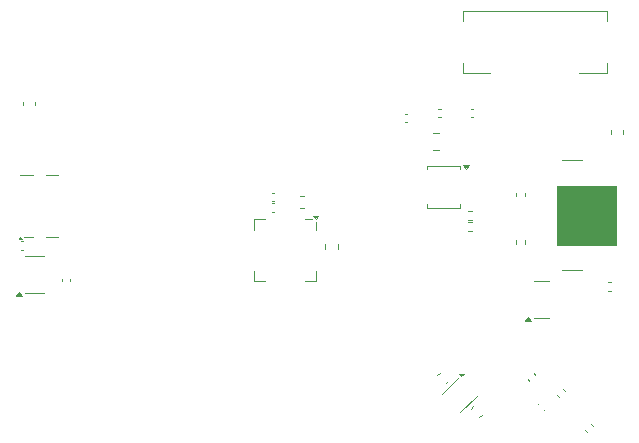
<source format=gbr>
%TF.GenerationSoftware,KiCad,Pcbnew,8.0.3*%
%TF.CreationDate,2024-06-13T13:09:19+08:00*%
%TF.ProjectId,SB-main-board,53422d6d-6169-46e2-9d62-6f6172642e6b,A0*%
%TF.SameCoordinates,Original*%
%TF.FileFunction,Legend,Bot*%
%TF.FilePolarity,Positive*%
%FSLAX46Y46*%
G04 Gerber Fmt 4.6, Leading zero omitted, Abs format (unit mm)*
G04 Created by KiCad (PCBNEW 8.0.3) date 2024-06-13 13:09:19*
%MOMM*%
%LPD*%
G01*
G04 APERTURE LIST*
%ADD10C,0.100000*%
%ADD11C,0.120000*%
G04 APERTURE END LIST*
D10*
X163765292Y-100734865D02*
X168765292Y-100734865D01*
X168765292Y-105734865D01*
X163765292Y-105734865D01*
X163765292Y-100734865D01*
G36*
X163765292Y-100734865D02*
G01*
X168765292Y-100734865D01*
X168765292Y-105734865D01*
X163765292Y-105734865D01*
X163765292Y-100734865D01*
G37*
D11*
%TO.C,C5*%
X161397295Y-117298828D02*
X161244792Y-117146325D01*
X161906412Y-116789711D02*
X161753909Y-116637208D01*
%TO.C,U9*%
X138073900Y-103601866D02*
X138973900Y-103601866D01*
X138073900Y-104501866D02*
X138073900Y-103601866D01*
X138073900Y-107921866D02*
X138073900Y-108821866D01*
X138073900Y-108821866D02*
X138973900Y-108821866D01*
X142993900Y-103601866D02*
X142393900Y-103601866D01*
X143293900Y-103841866D02*
X143293900Y-104501866D01*
X143293900Y-107921866D02*
X143293900Y-108821866D01*
X143293900Y-108821866D02*
X142393900Y-108821866D01*
X143293900Y-103601866D02*
X143053900Y-103271866D01*
X143533900Y-103271866D01*
X143293900Y-103601866D01*
G36*
X143293900Y-103601866D02*
G01*
X143053900Y-103271866D01*
X143533900Y-103271866D01*
X143293900Y-103601866D01*
G37*
%TO.C,R17*%
X144125400Y-105649608D02*
X144125400Y-106124124D01*
X145170400Y-105649608D02*
X145170400Y-106124124D01*
%TO.C,C30*%
X121787900Y-108609029D02*
X121787900Y-108824701D01*
X122507900Y-108609029D02*
X122507900Y-108824701D01*
%TO.C,C31*%
X139566064Y-102241866D02*
X139781736Y-102241866D01*
X139566064Y-102961866D02*
X139781736Y-102961866D01*
%TO.C,C23*%
X153901528Y-94242366D02*
X153685856Y-94242366D01*
X153901528Y-94962366D02*
X153685856Y-94962366D01*
%TO.C,R9*%
X160264292Y-101628507D02*
X160264292Y-101321225D01*
X161024292Y-101628507D02*
X161024292Y-101321225D01*
%TO.C,R7*%
X168326541Y-108887365D02*
X168019259Y-108887365D01*
X168326541Y-109647365D02*
X168019259Y-109647365D01*
%TO.C,C9*%
X162245823Y-119099430D02*
X162093320Y-119251933D01*
X162754940Y-119608547D02*
X162602437Y-119761050D01*
%TO.C,C4*%
X163707015Y-118477176D02*
X163859518Y-118629679D01*
X164216132Y-117968059D02*
X164368635Y-118120562D01*
%TO.C,C32*%
X139566064Y-101321866D02*
X139781736Y-101321866D01*
X139566064Y-102041866D02*
X139781736Y-102041866D01*
%TO.C,FB4*%
X142284181Y-101631866D02*
X141958623Y-101631866D01*
X142284181Y-102651866D02*
X141958623Y-102651866D01*
%TO.C,J3*%
X155768900Y-85986865D02*
X167938900Y-85986865D01*
X155768900Y-86836865D02*
X155768900Y-85986865D01*
X155768900Y-91206865D02*
X155768900Y-90356865D01*
X158093900Y-91206865D02*
X155768900Y-91206865D01*
X165613900Y-91206865D02*
X167938900Y-91206865D01*
X167938900Y-85986865D02*
X167938900Y-86836865D01*
X167938900Y-91206865D02*
X167938900Y-90356865D01*
%TO.C,C26*%
X153726545Y-96252366D02*
X153204041Y-96252366D01*
X153726545Y-97722366D02*
X153204041Y-97722366D01*
%TO.C,FB2*%
X168295292Y-96052086D02*
X168295292Y-96377644D01*
X169315292Y-96052086D02*
X169315292Y-96377644D01*
%TO.C,U10*%
X161783900Y-108816865D02*
X162433900Y-108816865D01*
X161783900Y-111936865D02*
X162433900Y-111936865D01*
X163083900Y-108816865D02*
X162433900Y-108816865D01*
X163083900Y-111936865D02*
X162433900Y-111936865D01*
X161511400Y-112216865D02*
X161031400Y-112216865D01*
X161271400Y-111886865D01*
X161511400Y-112216865D01*
G36*
X161511400Y-112216865D02*
G01*
X161031400Y-112216865D01*
X161271400Y-111886865D01*
X161511400Y-112216865D01*
G37*
%TO.C,FB3*%
X118487900Y-93615286D02*
X118487900Y-93940844D01*
X119507900Y-93615286D02*
X119507900Y-93940844D01*
%TO.C,C18*%
X153789788Y-116562566D02*
X153590977Y-116761377D01*
X154511037Y-117283815D02*
X154312226Y-117482626D01*
%TO.C,C29*%
X118318206Y-105436865D02*
X118533878Y-105436865D01*
X118318206Y-106156865D02*
X118533878Y-106156865D01*
%TO.C,C24*%
X156429056Y-94242366D02*
X156644728Y-94242366D01*
X156429056Y-94962366D02*
X156644728Y-94962366D01*
%TO.C,C8*%
X166236697Y-121572544D02*
X166084194Y-121420041D01*
X166745814Y-121063427D02*
X166593311Y-120910924D01*
%TO.C,J2*%
X164165292Y-98564865D02*
X165865292Y-98564865D01*
X164165292Y-107904865D02*
X165865292Y-107904865D01*
%TO.C,U5*%
X153981412Y-118367214D02*
X155395625Y-116953001D01*
X155551189Y-119936991D02*
X156965402Y-118522778D01*
X155636042Y-116854006D02*
X155438052Y-116656016D01*
X155834031Y-116656016D01*
X155636042Y-116854006D01*
G36*
X155636042Y-116854006D02*
G01*
X155438052Y-116656016D01*
X155834031Y-116656016D01*
X155636042Y-116854006D01*
G37*
%TO.C,R19*%
X156219259Y-102846865D02*
X156526541Y-102846865D01*
X156219259Y-103606865D02*
X156526541Y-103606865D01*
%TO.C,U7*%
X118660400Y-106686865D02*
X119460400Y-106686865D01*
X118660400Y-109806865D02*
X119460400Y-109806865D01*
X120260400Y-106686865D02*
X119460400Y-106686865D01*
X120260400Y-109806865D02*
X119460400Y-109806865D01*
X118400400Y-110086865D02*
X117920400Y-110086865D01*
X118160400Y-109756865D01*
X118400400Y-110086865D01*
G36*
X118400400Y-110086865D02*
G01*
X117920400Y-110086865D01*
X118160400Y-109756865D01*
X118400400Y-110086865D01*
G37*
%TO.C,C25*%
X150827456Y-94664866D02*
X151043128Y-94664866D01*
X150827456Y-95384866D02*
X151043128Y-95384866D01*
%TO.C,Q1*%
X152707900Y-99069165D02*
X152707900Y-99364165D01*
X152707900Y-102314165D02*
X152707900Y-102609165D01*
X152707900Y-102609165D02*
X155547900Y-102609165D01*
X155547900Y-99069165D02*
X152707900Y-99069165D01*
X155547900Y-99364165D02*
X155547900Y-99069165D01*
X155547900Y-102609165D02*
X155547900Y-102314165D01*
X156037900Y-99359165D02*
X155797900Y-99029165D01*
X156277900Y-99029165D01*
X156037900Y-99359165D01*
G36*
X156037900Y-99359165D02*
G01*
X155797900Y-99029165D01*
X156277900Y-99029165D01*
X156037900Y-99359165D01*
G37*
%TO.C,R20*%
X156219259Y-103816865D02*
X156526541Y-103816865D01*
X156219259Y-104576865D02*
X156526541Y-104576865D01*
%TO.C,C19*%
X156435777Y-119606177D02*
X156634588Y-119407366D01*
X157157026Y-120327426D02*
X157355837Y-120128615D01*
%TO.C,R8*%
X160264292Y-105341223D02*
X160264292Y-105648505D01*
X161024292Y-105341223D02*
X161024292Y-105648505D01*
%TO.C,U8*%
X118296042Y-99837865D02*
X119346042Y-99837865D01*
X118596042Y-105057865D02*
X119346042Y-105057865D01*
X121516042Y-99837865D02*
X120466042Y-99837865D01*
X121516042Y-105057865D02*
X120466042Y-105057865D01*
X118436042Y-105247865D02*
X118156042Y-105247865D01*
X118296042Y-105057865D01*
X118436042Y-105247865D01*
G36*
X118436042Y-105247865D02*
G01*
X118156042Y-105247865D01*
X118296042Y-105057865D01*
X118436042Y-105247865D01*
G37*
%TD*%
M02*

</source>
